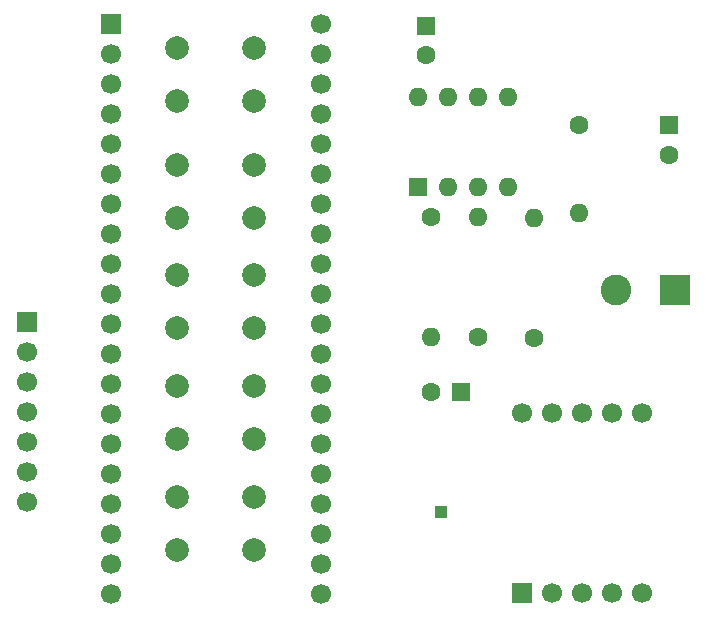
<source format=gbr>
%TF.GenerationSoftware,KiCad,Pcbnew,7.0.5*%
%TF.CreationDate,2023-06-30T21:32:19-07:00*%
%TF.ProjectId,ECE 299 - Radio Clock,45434520-3239-4392-902d-20526164696f,rev?*%
%TF.SameCoordinates,Original*%
%TF.FileFunction,Soldermask,Top*%
%TF.FilePolarity,Negative*%
%FSLAX46Y46*%
G04 Gerber Fmt 4.6, Leading zero omitted, Abs format (unit mm)*
G04 Created by KiCad (PCBNEW 7.0.5) date 2023-06-30 21:32:19*
%MOMM*%
%LPD*%
G01*
G04 APERTURE LIST*
%ADD10R,2.600000X2.600000*%
%ADD11C,2.600000*%
%ADD12R,1.600000X1.600000*%
%ADD13C,1.600000*%
%ADD14O,1.600000X1.600000*%
%ADD15R,1.700000X1.700000*%
%ADD16C,1.700000*%
%ADD17R,1.000000X1.000000*%
%ADD18C,2.000000*%
G04 APERTURE END LIST*
D10*
%TO.C,Speaker1*%
X186182000Y-72644000D03*
D11*
X181182000Y-72644000D03*
%TD*%
D12*
%TO.C,C1*%
X168060380Y-81280000D03*
D13*
X165560380Y-81280000D03*
%TD*%
%TO.C,R3*%
X169522780Y-76657200D03*
D14*
X169522780Y-66497200D03*
%TD*%
D13*
%TO.C,R2*%
X165509580Y-66446400D03*
D14*
X165509580Y-76606400D03*
%TD*%
D15*
%TO.C,U2*%
X173228000Y-98298000D03*
D16*
X175768000Y-98298000D03*
X178308000Y-98298000D03*
X180848000Y-98298000D03*
X183388000Y-98298000D03*
X183388000Y-83058000D03*
X180848000Y-83058000D03*
X178308000Y-83058000D03*
X175768000Y-83058000D03*
X173228000Y-83058000D03*
%TD*%
D12*
%TO.C,C3*%
X185677887Y-58728687D03*
D13*
X185677887Y-61228687D03*
%TD*%
D15*
%TO.C,DISP1*%
X131318000Y-75387200D03*
D16*
X131318000Y-77927200D03*
X131318000Y-80467200D03*
X131318000Y-83007200D03*
X131318000Y-85547200D03*
X131318000Y-88087200D03*
X131318000Y-90627200D03*
%TD*%
D12*
%TO.C,C2*%
X165100000Y-50292000D03*
D13*
X165100000Y-52792000D03*
%TD*%
D16*
%TO.C,U1*%
X156210000Y-50165000D03*
X156210000Y-52705000D03*
X156210000Y-55245000D03*
X156210000Y-57785000D03*
X156210000Y-60325000D03*
X156210000Y-62865000D03*
X156210000Y-65405000D03*
X156210000Y-67945000D03*
X156210000Y-70485000D03*
X156210000Y-73025000D03*
X156210000Y-75565000D03*
X156210000Y-78105000D03*
X156210000Y-80645000D03*
X156210000Y-83185000D03*
X156210000Y-85725000D03*
X156210000Y-88265000D03*
X156210000Y-90805000D03*
X156210000Y-93345000D03*
X156210000Y-95885000D03*
X156210000Y-98425000D03*
X138430000Y-98425000D03*
X138430000Y-95885000D03*
X138430000Y-93345000D03*
X138430000Y-90805000D03*
X138430000Y-88265000D03*
X138430000Y-85725000D03*
X138430000Y-83185000D03*
X138430000Y-80645000D03*
X138430000Y-78105000D03*
X138430000Y-75565000D03*
X138430000Y-73025000D03*
X138430000Y-70485000D03*
X138430000Y-67945000D03*
X138430000Y-65405000D03*
X138430000Y-62865000D03*
X138430000Y-60325000D03*
X138430000Y-57785000D03*
X138430000Y-55245000D03*
X138430000Y-52705000D03*
D15*
X138430000Y-50165000D03*
%TD*%
D13*
%TO.C,R1*%
X174244000Y-76708000D03*
D14*
X174244000Y-66548000D03*
%TD*%
D13*
%TO.C,C4*%
X178054000Y-58674000D03*
D14*
X178054000Y-66174000D03*
%TD*%
D12*
%TO.C,U3*%
X164391980Y-63909580D03*
D14*
X166931980Y-63909580D03*
X169471980Y-63909580D03*
X172011980Y-63909580D03*
X172011980Y-56289580D03*
X169471980Y-56289580D03*
X166931980Y-56289580D03*
X164391980Y-56289580D03*
%TD*%
D17*
%TO.C,Antenna1*%
X166371000Y-91440000D03*
%TD*%
D18*
%TO.C,SW1*%
X150518000Y-90170000D03*
X144018000Y-90170000D03*
X150518000Y-94670000D03*
X144018000Y-94670000D03*
%TD*%
%TO.C,SW5*%
X144018000Y-56642000D03*
X150518000Y-56642000D03*
X144018000Y-52142000D03*
X150518000Y-52142000D03*
%TD*%
%TO.C,SW4*%
X144018000Y-66548000D03*
X150518000Y-66548000D03*
X144018000Y-62048000D03*
X150518000Y-62048000D03*
%TD*%
%TO.C,SW2*%
X144018000Y-85272000D03*
X150518000Y-85272000D03*
X144018000Y-80772000D03*
X150518000Y-80772000D03*
%TD*%
%TO.C,SW3*%
X144018000Y-75874000D03*
X150518000Y-75874000D03*
X144018000Y-71374000D03*
X150518000Y-71374000D03*
%TD*%
M02*

</source>
